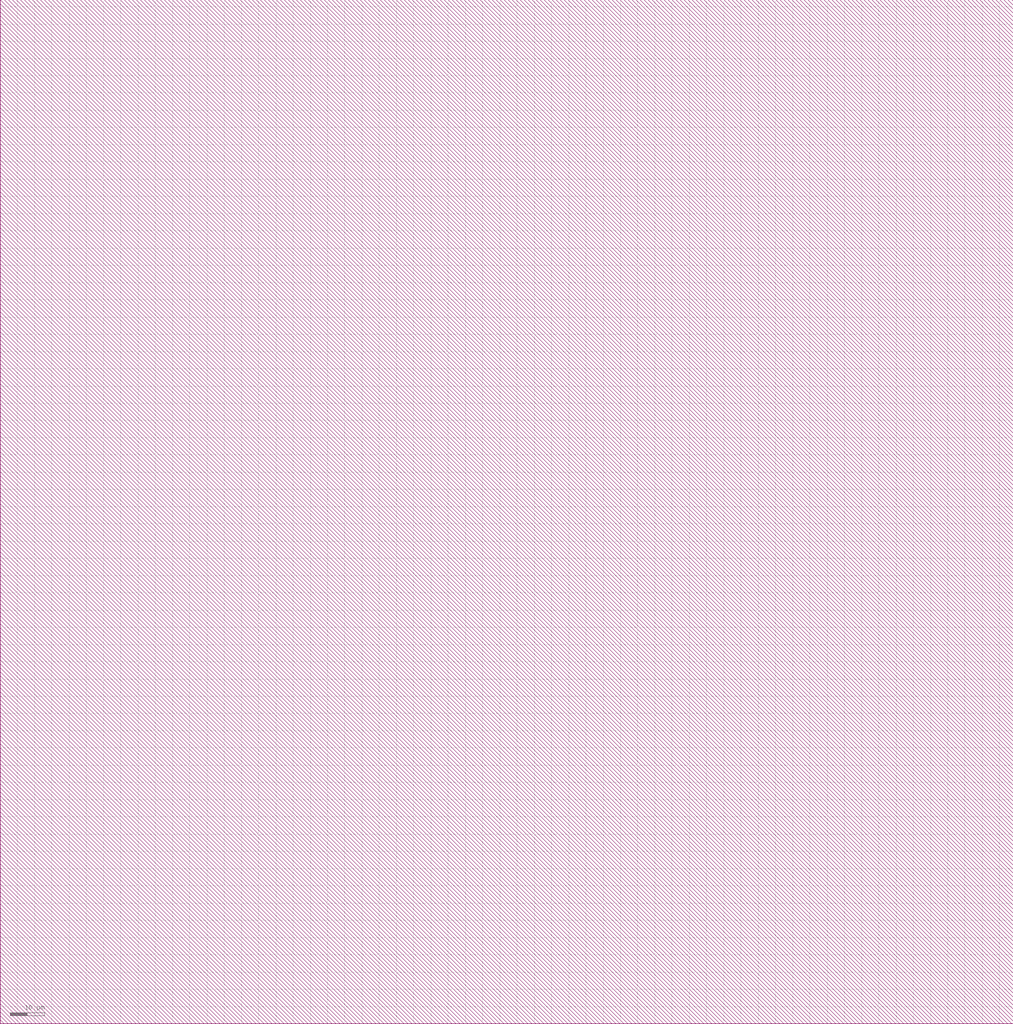
<source format=lef>
VERSION 5.6 ;

BUSBITCHARS "[]" ;

DIVIDERCHAR "/" ;

UNITS
    DATABASE MICRONS 1000 ;
END UNITS

MANUFACTURINGGRID 0.005000 ; 

CLEARANCEMEASURE EUCLIDEAN ; 

USEMINSPACING OBS ON ; 

SITE CoreSite
    CLASS CORE ;
    SIZE 0.600000 BY 0.300000 ;
END CoreSite

LAYER li
   TYPE ROUTING ;
   DIRECTION VERTICAL ;
   MINWIDTH 0.300000 ;
   AREA 0.056250 ;
   WIDTH 0.300000 ;
   SPACINGTABLE
      PARALLELRUNLENGTH 0.0
      WIDTH 0.0 0.225000 ;
   PITCH 0.600000 0.600000 ;
END li

LAYER mcon
    TYPE CUT ;
    SPACING 0.225000 ;
    WIDTH 0.300000 ;
    ENCLOSURE ABOVE 0.075000 0.075000 ;
    ENCLOSURE BELOW 0.000000 0.000000 ;
END mcon

LAYER met1
   TYPE ROUTING ;
   DIRECTION HORIZONTAL ;
   MINWIDTH 0.150000 ;
   AREA 0.084375 ;
   WIDTH 0.150000 ;
   SPACINGTABLE
      PARALLELRUNLENGTH 0.0
      WIDTH 0.0 0.150000 ;
   PITCH 0.300000 0.300000 ;
END met1

LAYER v1
    TYPE CUT ;
    SPACING 0.075000 ;
    WIDTH 0.300000 ;
    ENCLOSURE ABOVE 0.075000 0.075000 ;
    ENCLOSURE BELOW 0.075000 0.075000 ;
END v1

LAYER met2
   TYPE ROUTING ;
   DIRECTION VERTICAL ;
   MINWIDTH 0.150000 ;
   AREA 0.073125 ;
   WIDTH 0.150000 ;
   SPACINGTABLE
      PARALLELRUNLENGTH 0.0
      WIDTH 0.0 0.150000 ;
   PITCH 0.300000 0.300000 ;
END met2

LAYER v2
    TYPE CUT ;
    SPACING 0.150000 ;
    WIDTH 0.300000 ;
    ENCLOSURE ABOVE 0.075000 0.075000 ;
    ENCLOSURE BELOW 0.075000 0.000000 ;
END v2

LAYER met3
   TYPE ROUTING ;
   DIRECTION HORIZONTAL ;
   MINWIDTH 0.300000 ;
   AREA 0.241875 ;
   WIDTH 0.300000 ;
   SPACINGTABLE
      PARALLELRUNLENGTH 0.0
      WIDTH 0.0 0.300000 ;
   PITCH 0.600000 0.600000 ;
END met3

LAYER v3
    TYPE CUT ;
    SPACING 0.150000 ;
    WIDTH 0.450000 ;
    ENCLOSURE ABOVE 0.075000 0.075000 ;
    ENCLOSURE BELOW 0.075000 0.000000 ;
END v3

LAYER met4
   TYPE ROUTING ;
   DIRECTION VERTICAL ;
   MINWIDTH 0.300000 ;
   AREA 0.241875 ;
   WIDTH 0.300000 ;
   SPACINGTABLE
      PARALLELRUNLENGTH 0.0
      WIDTH 0.0 0.300000 ;
   PITCH 0.600000 0.600000 ;
END met4

LAYER v4
    TYPE CUT ;
    SPACING 0.450000 ;
    WIDTH 1.200000 ;
    ENCLOSURE ABOVE 0.150000 0.150000 ;
    ENCLOSURE BELOW 0.000000 0.000000 ;
END v4

LAYER met5
   TYPE ROUTING ;
   DIRECTION HORIZONTAL ;
   MINWIDTH 1.650000 ;
   AREA 4.005000 ;
   WIDTH 1.650000 ;
   SPACINGTABLE
      PARALLELRUNLENGTH 0.0
      WIDTH 0.0 1.650000 ;
   PITCH 3.300000 3.300000 ;
END met5

LAYER OVERLAP
   TYPE OVERLAP ;
END OVERLAP

VIA mcon_C DEFAULT
   LAYER li ;
     RECT -0.150000 -0.150000 0.150000 0.150000 ;
   LAYER mcon ;
     RECT -0.150000 -0.150000 0.150000 0.150000 ;
   LAYER met1 ;
     RECT -0.225000 -0.225000 0.225000 0.225000 ;
END mcon_C

VIA v1_C DEFAULT
   LAYER met1 ;
     RECT -0.225000 -0.225000 0.225000 0.225000 ;
   LAYER v1 ;
     RECT -0.150000 -0.150000 0.150000 0.150000 ;
   LAYER met2 ;
     RECT -0.225000 -0.225000 0.225000 0.225000 ;
END v1_C

VIA v2_C DEFAULT
   LAYER met2 ;
     RECT -0.150000 -0.225000 0.150000 0.225000 ;
   LAYER v2 ;
     RECT -0.150000 -0.150000 0.150000 0.150000 ;
   LAYER met3 ;
     RECT -0.225000 -0.225000 0.225000 0.225000 ;
END v2_C

VIA v2_Ch
   LAYER met2 ;
     RECT -0.225000 -0.150000 0.225000 0.150000 ;
   LAYER v2 ;
     RECT -0.150000 -0.150000 0.150000 0.150000 ;
   LAYER met3 ;
     RECT -0.225000 -0.225000 0.225000 0.225000 ;
END v2_Ch

VIA v2_Cv
   LAYER met2 ;
     RECT -0.150000 -0.225000 0.150000 0.225000 ;
   LAYER v2 ;
     RECT -0.150000 -0.150000 0.150000 0.150000 ;
   LAYER met3 ;
     RECT -0.225000 -0.225000 0.225000 0.225000 ;
END v2_Cv

VIA v3_C DEFAULT
   LAYER met3 ;
     RECT -0.300000 -0.225000 0.300000 0.225000 ;
   LAYER v3 ;
     RECT -0.225000 -0.225000 0.225000 0.225000 ;
   LAYER met4 ;
     RECT -0.300000 -0.300000 0.300000 0.300000 ;
END v3_C

VIA v3_Ch
   LAYER met3 ;
     RECT -0.300000 -0.225000 0.300000 0.225000 ;
   LAYER v3 ;
     RECT -0.225000 -0.225000 0.225000 0.225000 ;
   LAYER met4 ;
     RECT -0.300000 -0.300000 0.300000 0.300000 ;
END v3_Ch

VIA v3_Cv
   LAYER met3 ;
     RECT -0.300000 -0.225000 0.300000 0.225000 ;
   LAYER v3 ;
     RECT -0.225000 -0.225000 0.225000 0.225000 ;
   LAYER met4 ;
     RECT -0.300000 -0.300000 0.300000 0.300000 ;
END v3_Cv

VIA v4_C DEFAULT
   LAYER met4 ;
     RECT -0.600000 -0.600000 0.600000 0.600000 ;
   LAYER v4 ;
     RECT -0.600000 -0.600000 0.600000 0.600000 ;
   LAYER met5 ;
     RECT -0.750000 -0.750000 0.750000 0.750000 ;
END v4_C

MACRO _0_0cell_0_0gcelem3x0
    CLASS CORE ;
    FOREIGN _0_0cell_0_0gcelem3x0 0.000000 0.000000 ;
    ORIGIN 0.000000 0.000000 ;
    SIZE 7.200000 BY 5.700000 ;
    SYMMETRY X Y ;
    SITE CoreSite ;
    PIN in_50_6
        DIRECTION INPUT ;
        USE SIGNAL ;
        PORT
        LAYER li ;
        RECT 4.725000 4.875000 4.800000 5.100000 ;
        RECT 4.800000 4.875000 5.025000 5.100000 ;
        RECT 5.025000 4.875000 5.625000 5.100000 ;
        RECT 5.400000 5.100000 5.700000 5.400000 ;
        END
        ANTENNAGATEAREA 0.371250 ;
    END in_50_6
    PIN in_51_6
        DIRECTION INPUT ;
        USE SIGNAL ;
        PORT
        LAYER li ;
        RECT 4.275000 1.125000 4.500000 1.200000 ;
        RECT 4.275000 0.900000 4.500000 1.125000 ;
        RECT 4.275000 0.675000 4.500000 0.900000 ;
        RECT 4.275000 0.450000 4.800000 0.675000 ;
        RECT 4.500000 0.375000 4.800000 0.450000 ;
        END
        ANTENNAGATEAREA 0.371250 ;
    END in_51_6
    PIN in_52_6
        DIRECTION INPUT ;
        USE SIGNAL ;
        PORT
        LAYER li ;
        RECT 3.300000 5.100000 3.600000 5.400000 ;
        RECT 3.300000 4.950000 3.825000 5.100000 ;
        RECT 3.375000 4.875000 3.825000 4.950000 ;
        RECT 3.825000 4.875000 4.050000 5.100000 ;
        RECT 4.050000 4.875000 4.125000 5.100000 ;
        END
        ANTENNAGATEAREA 0.371250 ;
    END in_52_6
    PIN out
        DIRECTION OUTPUT ;
        USE SIGNAL ;
        PORT
        LAYER li ;
        RECT 3.675000 3.525000 3.900000 3.600000 ;
        RECT 3.675000 3.300000 3.900000 3.525000 ;
        RECT 3.675000 3.075000 3.900000 3.300000 ;
        RECT 3.675000 2.850000 3.900000 3.075000 ;
        RECT 3.675000 2.625000 3.900000 2.850000 ;
        RECT 3.675000 2.400000 3.900000 2.625000 ;
        RECT 3.675000 2.325000 3.900000 2.400000 ;
        RECT 6.150000 2.775000 6.225000 3.000000 ;
        RECT 6.225000 2.775000 6.450000 3.000000 ;
        RECT 6.450000 2.775000 6.900000 3.000000 ;
        RECT 6.600000 3.000000 6.900000 3.075000 ;
        LAYER mcon ;
        RECT 3.675000 2.850000 3.900000 3.075000 ;
        RECT 6.225000 2.775000 6.450000 3.000000 ;
        LAYER met1 ;
        RECT 6.150000 2.775000 6.225000 2.850000 ;
        RECT 6.150000 2.700000 6.525000 2.775000 ;
        RECT 6.225000 2.775000 6.450000 3.000000 ;
        RECT 6.450000 2.775000 6.525000 3.000000 ;
        RECT 3.600000 3.075000 3.975000 3.150000 ;
        RECT 3.600000 2.850000 3.675000 3.075000 ;
        RECT 3.600000 2.775000 3.975000 2.850000 ;
        RECT 3.675000 2.850000 3.900000 3.075000 ;
        RECT 3.900000 3.000000 3.975000 3.075000 ;
        RECT 3.900000 2.850000 6.225000 3.000000 ;
        RECT 6.150000 3.000000 6.525000 3.075000 ;
        END
        ANTENNAGATEAREA 0.360000 ;
        ANTENNADIFFAREA 0.945000 ;
    END out
    PIN Vdd
        DIRECTION INPUT ;
        USE POWER ;
        PORT
        LAYER li ;
        RECT 0.675000 3.600000 0.900000 3.675000 ;
        RECT 0.675000 3.375000 0.900000 3.600000 ;
        RECT 0.675000 3.300000 0.900000 3.375000 ;
        RECT 1.575000 2.025000 1.800000 3.375000 ;
        RECT 1.575000 1.800000 1.800000 2.025000 ;
        RECT 1.575000 1.725000 1.800000 1.800000 ;
        RECT 1.575000 3.600000 1.800000 3.675000 ;
        RECT 1.575000 3.375000 1.800000 3.600000 ;
        RECT 4.950000 3.600000 5.175000 3.675000 ;
        RECT 4.950000 3.375000 5.175000 3.600000 ;
        RECT 4.950000 3.300000 5.175000 3.375000 ;
        LAYER mcon ;
        RECT 0.675000 3.375000 0.900000 3.600000 ;
        RECT 1.575000 3.375000 1.800000 3.600000 ;
        RECT 4.950000 3.375000 5.175000 3.600000 ;
        LAYER met1 ;
        RECT 0.600000 3.600000 5.250000 3.675000 ;
        RECT 0.600000 3.375000 0.675000 3.600000 ;
        RECT 0.600000 3.300000 5.250000 3.375000 ;
        RECT 0.675000 3.375000 0.900000 3.600000 ;
        RECT 0.900000 3.375000 1.575000 3.600000 ;
        RECT 1.575000 3.375000 1.800000 3.600000 ;
        RECT 1.800000 3.375000 4.950000 3.600000 ;
        RECT 4.950000 3.375000 5.175000 3.600000 ;
        RECT 5.175000 3.375000 5.250000 3.600000 ;
        END
        ANTENNAGATEAREA 0.945000 ;
        ANTENNADIFFAREA 0.630000 ;
    END Vdd
    PIN GND
        DIRECTION INPUT ;
        USE GROUND ;
        PORT
        LAYER li ;
        RECT 0.675000 2.550000 0.900000 2.625000 ;
        RECT 0.675000 2.325000 0.900000 2.550000 ;
        RECT 0.675000 2.250000 0.900000 2.325000 ;
        RECT 1.125000 4.200000 1.350000 4.275000 ;
        RECT 1.125000 3.975000 1.350000 4.200000 ;
        RECT 1.125000 2.550000 1.350000 3.975000 ;
        RECT 1.125000 2.325000 1.350000 2.550000 ;
        RECT 1.125000 2.250000 1.350000 2.325000 ;
        RECT 4.950000 2.250000 5.175000 2.325000 ;
        RECT 4.950000 2.550000 5.175000 2.625000 ;
        RECT 4.950000 2.325000 5.175000 2.550000 ;
        LAYER mcon ;
        RECT 0.675000 2.325000 0.900000 2.550000 ;
        RECT 1.125000 2.325000 1.350000 2.550000 ;
        RECT 4.950000 2.325000 5.175000 2.550000 ;
        LAYER met1 ;
        RECT 0.600000 2.550000 5.250000 2.625000 ;
        RECT 0.600000 2.325000 0.675000 2.550000 ;
        RECT 0.600000 2.250000 5.250000 2.325000 ;
        RECT 0.675000 2.325000 0.900000 2.550000 ;
        RECT 0.900000 2.325000 1.125000 2.550000 ;
        RECT 1.125000 2.325000 1.350000 2.550000 ;
        RECT 1.350000 2.325000 4.950000 2.550000 ;
        RECT 4.950000 2.325000 5.175000 2.550000 ;
        RECT 5.175000 2.325000 5.250000 2.550000 ;
        END
        ANTENNAGATEAREA 0.472500 ;
        ANTENNADIFFAREA 0.540000 ;
    END GND
    OBS
        LAYER li ;
        RECT 3.075000 3.975000 3.150000 4.200000 ;
        RECT 3.150000 3.975000 3.375000 4.200000 ;
        RECT 3.375000 3.975000 5.850000 4.200000 ;
        RECT 5.625000 2.325000 5.850000 2.400000 ;
        RECT 5.625000 3.525000 5.850000 3.975000 ;
        RECT 5.625000 3.300000 5.850000 3.525000 ;
        RECT 5.625000 2.625000 5.850000 3.300000 ;
        RECT 5.625000 2.400000 5.850000 2.625000 ;
    END
END _0_0cell_0_0gcelem3x0

MACRO welltap_svt
    CLASS CORE WELLTAP ;
    FOREIGN welltap_svt 0.000000 0.000000 ;
    ORIGIN 0.000000 0.000000 ;
    SIZE 1.200000 BY 2.100000 ;
    SYMMETRY X Y ;
    SITE CoreSite ;
    PIN Vdd
        DIRECTION INPUT ;
        USE POWER ;
        PORT
        LAYER li ;
        RECT 0.525000 1.725000 0.900000 1.800000 ;
        RECT 0.525000 1.500000 0.600000 1.725000 ;
        RECT 0.525000 1.425000 0.900000 1.500000 ;
        RECT 0.600000 1.500000 0.825000 1.725000 ;
        RECT 0.825000 1.500000 0.900000 1.725000 ;
        LAYER mcon ;
        RECT 0.600000 1.500000 0.825000 1.725000 ;
        LAYER met1 ;
        RECT 0.525000 1.725000 0.900000 1.800000 ;
        RECT 0.525000 1.500000 0.600000 1.725000 ;
        RECT 0.525000 1.425000 0.900000 1.500000 ;
        RECT 0.600000 1.500000 0.825000 1.725000 ;
        RECT 0.825000 1.500000 0.900000 1.725000 ;
        END
    END Vdd
    PIN GND
        DIRECTION INPUT ;
        USE GROUND ;
        PORT
        LAYER li ;
        RECT 0.525000 0.525000 0.900000 0.600000 ;
        RECT 0.525000 0.300000 0.600000 0.525000 ;
        RECT 0.525000 0.225000 0.900000 0.300000 ;
        RECT 0.600000 0.300000 0.825000 0.525000 ;
        RECT 0.825000 0.300000 0.900000 0.525000 ;
        LAYER mcon ;
        RECT 0.600000 0.300000 0.825000 0.525000 ;
        LAYER met1 ;
        RECT 0.525000 0.525000 0.900000 0.600000 ;
        RECT 0.525000 0.300000 0.600000 0.525000 ;
        RECT 0.525000 0.225000 0.900000 0.300000 ;
        RECT 0.600000 0.300000 0.825000 0.525000 ;
        RECT 0.825000 0.300000 0.900000 0.525000 ;
        END
    END GND
END welltap_svt

MACRO circuitppnp
   CLASS CORE ;
   FOREIGN circuitppnp 0.000000 0.000000 ;
   ORIGIN 0.000000 0.000000 ; 
   SIZE 294.000000 BY 297.000000 ; 
   SYMMETRY X Y ;
   SITE CoreSite ;
END circuitppnp

MACRO circuitwell
   CLASS CORE ;
   FOREIGN circuitwell 0.000000 0.000000 ;
   ORIGIN 0.000000 0.000000 ; 
   SIZE 294.000000 BY 297.000000 ; 
   SYMMETRY X Y ;
   SITE CoreSite ;
END circuitwell


</source>
